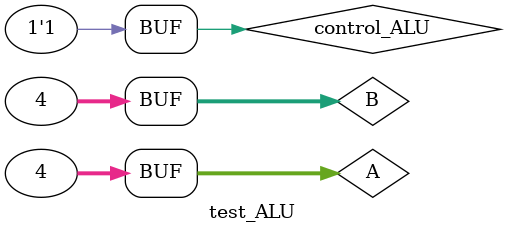
<source format=sv>
`timescale 1ns / 1ps

module test_ALU();

logic [31:0]A,B,ALU_out;
logic control_ALU,cero;

ALU ALU(A,B,control_ALU,ALU_out,cero);

initial begin 

A=32'd4;
B=32'd4;
control_ALU=1'b0;
$monitor ("t=%3d ALU_out=%32b,cero=%b",$time,ALU_out,cero);
#1
A=32'd4;
B=32'd4;
control_ALU=1'b1;
end


endmodule

</source>
